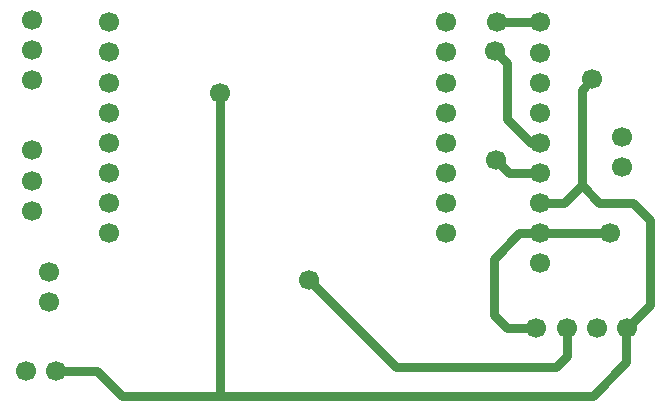
<source format=gbr>
G04 EAGLE Gerber X2 export*
%TF.Part,Single*%
%TF.FileFunction,Copper,L1,Top,Mixed*%
%TF.FilePolarity,Positive*%
%TF.GenerationSoftware,Autodesk,EAGLE,8.6.0*%
%TF.CreationDate,2018-07-05T08:20:44Z*%
G75*
%MOMM*%
%FSLAX34Y34*%
%LPD*%
%AMOC8*
5,1,8,0,0,1.08239X$1,22.5*%
G01*
%ADD10C,1.700000*%
%ADD11C,0.800000*%


D10*
X14500Y103000D03*
X14500Y77500D03*
X14500Y52000D03*
X14500Y26500D03*
X14500Y1000D03*
X14500Y-24500D03*
X14500Y-50000D03*
X14500Y-75500D03*
X-270500Y103000D03*
X-270500Y77500D03*
X-270500Y52000D03*
X-270500Y26500D03*
X-270500Y1000D03*
X-270500Y-24500D03*
X-270500Y-50000D03*
X-270500Y-75500D03*
X94100Y-101100D03*
X94100Y-75600D03*
X94100Y-50100D03*
X94100Y-24600D03*
X94100Y900D03*
X94100Y26400D03*
X94100Y51900D03*
X94100Y77400D03*
X94100Y102900D03*
X-315400Y-192000D03*
X-340900Y-192000D03*
X164000Y6100D03*
X164000Y-19400D03*
X91250Y-156000D03*
X116750Y-156000D03*
X142250Y-156000D03*
X167750Y-156000D03*
X-321500Y-108400D03*
X-321500Y-133900D03*
X-336000Y-31000D03*
X-336000Y-5500D03*
X-336000Y-56500D03*
X-335500Y79500D03*
X-335500Y105000D03*
X-335500Y54000D03*
D11*
X116750Y-156000D02*
X116750Y-179750D01*
X108000Y-188500D01*
X-27500Y-188500D01*
D10*
X-101000Y-115000D03*
D11*
X-27500Y-188500D01*
X58100Y102900D02*
X94100Y102900D01*
X58100Y102900D02*
X58000Y103000D01*
D10*
X58000Y103000D03*
D11*
X68100Y-24600D02*
X94100Y-24600D01*
X68100Y-24600D02*
X57000Y-13500D01*
D10*
X57000Y-13500D03*
D11*
X86600Y900D02*
X94100Y900D01*
X66000Y68500D02*
X56000Y78500D01*
D10*
X56000Y78500D03*
D11*
X66000Y21500D02*
X86600Y900D01*
X66000Y21500D02*
X66000Y68500D01*
X94100Y-75600D02*
X149900Y-75600D01*
X150000Y-75500D01*
X153500Y-75500D01*
D10*
X153500Y-75500D03*
D11*
X94100Y-75600D02*
X76400Y-75600D01*
X66500Y-156000D02*
X91250Y-156000D01*
X55000Y-97000D02*
X76400Y-75600D01*
X55000Y-97000D02*
X55000Y-144500D01*
X66500Y-156000D01*
D10*
X138500Y55000D03*
D11*
X129500Y46000D01*
X114400Y-50100D02*
X94100Y-50100D01*
X129500Y-35000D02*
X129500Y46000D01*
X129500Y-35000D02*
X114400Y-50100D01*
X187000Y-136750D02*
X167750Y-156000D01*
X144500Y-50000D02*
X129500Y-35000D01*
X187000Y-64000D02*
X187000Y-136750D01*
X187000Y-64000D02*
X173000Y-50000D01*
X144500Y-50000D01*
X-280500Y-192000D02*
X-315400Y-192000D01*
X139500Y-213000D02*
X167500Y-185000D01*
X167500Y-156250D01*
X167750Y-156000D01*
X-259500Y-213000D02*
X-280500Y-192000D01*
X-259500Y-213000D02*
X-176500Y-213000D01*
X139500Y-213000D01*
D10*
X-177000Y43500D03*
D11*
X-177000Y-212500D01*
X-176500Y-213000D01*
M02*

</source>
